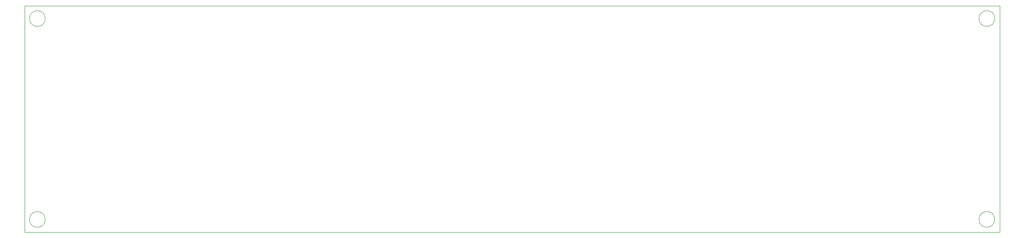
<source format=gbr>
%TF.GenerationSoftware,KiCad,Pcbnew,9.0.7*%
%TF.CreationDate,2026-01-05T14:29:04+01:00*%
%TF.ProjectId,display-Schematic,64697370-6c61-4792-9d53-6368656d6174,rev?*%
%TF.SameCoordinates,Original*%
%TF.FileFunction,Profile,NP*%
%FSLAX46Y46*%
G04 Gerber Fmt 4.6, Leading zero omitted, Abs format (unit mm)*
G04 Created by KiCad (PCBNEW 9.0.7) date 2026-01-05 14:29:04*
%MOMM*%
%LPD*%
G01*
G04 APERTURE LIST*
%TA.AperFunction,Profile*%
%ADD10C,0.050000*%
%TD*%
G04 APERTURE END LIST*
D10*
X248600000Y-120400000D02*
G75*
G02*
X245400000Y-120400000I-1600000J0D01*
G01*
X245400000Y-120400000D02*
G75*
G02*
X248600000Y-120400000I1600000J0D01*
G01*
X56100000Y-120400000D02*
G75*
G02*
X52900000Y-120400000I-1600000J0D01*
G01*
X52900000Y-120400000D02*
G75*
G02*
X56100000Y-120400000I1600000J0D01*
G01*
X248600000Y-79600000D02*
G75*
G02*
X245400000Y-79600000I-1600000J0D01*
G01*
X245400000Y-79600000D02*
G75*
G02*
X248600000Y-79600000I1600000J0D01*
G01*
X51900000Y-77000000D02*
X249600000Y-77000000D01*
X249600000Y-123000000D01*
X51900000Y-123000000D01*
X51900000Y-77000000D01*
X56100000Y-79600000D02*
G75*
G02*
X52900000Y-79600000I-1600000J0D01*
G01*
X52900000Y-79600000D02*
G75*
G02*
X56100000Y-79600000I1600000J0D01*
G01*
M02*

</source>
